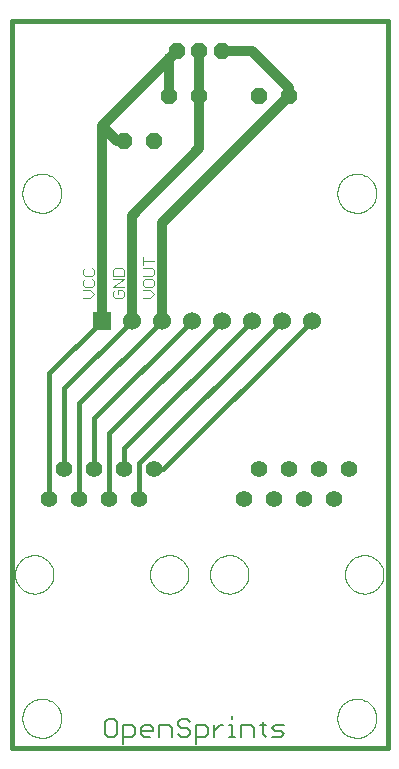
<source format=gtl>
G75*
G70*
%OFA0B0*%
%FSLAX24Y24*%
%IPPOS*%
%LPD*%
%AMOC8*
5,1,8,0,0,1.08239X$1,22.5*
%
%ADD10C,0.0160*%
%ADD11C,0.0050*%
%ADD12C,0.0030*%
%ADD13OC8,0.0520*%
%ADD14C,0.0000*%
%ADD15C,0.0550*%
%ADD16OC8,0.0554*%
%ADD17R,0.0600X0.0600*%
%ADD18C,0.0600*%
%ADD19C,0.0320*%
D10*
X001557Y000234D02*
X001557Y024480D01*
X014077Y024480D01*
X014077Y000234D01*
X001557Y000234D01*
X002802Y008532D02*
X002802Y012732D01*
X004552Y014482D01*
X005552Y014482D02*
X003302Y012232D01*
X003302Y009532D01*
X003802Y008532D02*
X003802Y011732D01*
X006552Y014482D01*
X007552Y014482D02*
X004302Y011232D01*
X004302Y009532D01*
X004802Y008532D02*
X004802Y010732D01*
X008552Y014482D01*
X009552Y014482D02*
X005302Y010232D01*
X005302Y009532D01*
X005802Y009732D02*
X005802Y008532D01*
X006302Y009532D02*
X006602Y009532D01*
X011552Y014482D01*
X010552Y014482D02*
X005802Y009732D01*
D11*
X008903Y001309D02*
X008903Y001207D01*
X008903Y001004D02*
X008801Y001004D01*
X008903Y001004D02*
X008903Y000597D01*
X008801Y000597D02*
X009005Y000597D01*
X009206Y000597D02*
X009206Y001004D01*
X009512Y001004D01*
X009614Y000902D01*
X009614Y000597D01*
X009916Y000699D02*
X010018Y000597D01*
X009916Y000699D02*
X009916Y001106D01*
X009814Y001004D02*
X010018Y001004D01*
X010219Y000902D02*
X010321Y001004D01*
X010626Y001004D01*
X010525Y000800D02*
X010626Y000699D01*
X010525Y000597D01*
X010219Y000597D01*
X010321Y000800D02*
X010219Y000902D01*
X010321Y000800D02*
X010525Y000800D01*
X008600Y001004D02*
X008498Y001004D01*
X008295Y000800D01*
X008295Y000597D02*
X008295Y001004D01*
X008094Y000902D02*
X008094Y000699D01*
X007992Y000597D01*
X007687Y000597D01*
X007687Y000393D02*
X007687Y001004D01*
X007992Y001004D01*
X008094Y000902D01*
X007487Y000800D02*
X007487Y000699D01*
X007385Y000597D01*
X007181Y000597D01*
X007080Y000699D01*
X006879Y000597D02*
X006879Y000902D01*
X006777Y001004D01*
X006472Y001004D01*
X006472Y000597D01*
X006271Y000800D02*
X005864Y000800D01*
X005864Y000699D02*
X005864Y000902D01*
X005966Y001004D01*
X006169Y001004D01*
X006271Y000902D01*
X006271Y000800D01*
X006169Y000597D02*
X005966Y000597D01*
X005864Y000699D01*
X005663Y000699D02*
X005663Y000902D01*
X005562Y001004D01*
X005256Y001004D01*
X005256Y000393D01*
X005256Y000597D02*
X005562Y000597D01*
X005663Y000699D01*
X005056Y000699D02*
X005056Y001106D01*
X004954Y001207D01*
X004750Y001207D01*
X004649Y001106D01*
X004649Y000699D01*
X004750Y000597D01*
X004954Y000597D01*
X005056Y000699D01*
X007080Y001004D02*
X007181Y000902D01*
X007385Y000902D01*
X007487Y000800D01*
X007487Y001106D02*
X007385Y001207D01*
X007181Y001207D01*
X007080Y001106D01*
X007080Y001004D01*
D12*
X006164Y015247D02*
X005917Y015247D01*
X005917Y015494D02*
X006164Y015494D01*
X006287Y015370D01*
X006164Y015247D01*
X006225Y015615D02*
X005979Y015615D01*
X005917Y015677D01*
X005917Y015800D01*
X005979Y015862D01*
X006225Y015862D01*
X006287Y015800D01*
X006287Y015677D01*
X006225Y015615D01*
X006225Y015983D02*
X006287Y016045D01*
X006287Y016169D01*
X006225Y016230D01*
X005917Y016230D01*
X005917Y016352D02*
X005917Y016599D01*
X005917Y016475D02*
X006287Y016475D01*
X006225Y015983D02*
X005917Y015983D01*
X005287Y015983D02*
X005287Y016169D01*
X005225Y016230D01*
X004979Y016230D01*
X004917Y016169D01*
X004917Y015983D01*
X005287Y015983D01*
X005287Y015862D02*
X004917Y015862D01*
X004917Y015615D02*
X005287Y015862D01*
X005287Y015615D02*
X004917Y015615D01*
X004979Y015494D02*
X004917Y015432D01*
X004917Y015309D01*
X004979Y015247D01*
X005225Y015247D01*
X005287Y015309D01*
X005287Y015432D01*
X005225Y015494D01*
X005102Y015494D01*
X005102Y015370D01*
X004287Y015370D02*
X004164Y015494D01*
X003917Y015494D01*
X003979Y015615D02*
X003917Y015677D01*
X003917Y015800D01*
X003979Y015862D01*
X003979Y015983D02*
X004225Y015983D01*
X004287Y016045D01*
X004287Y016169D01*
X004225Y016230D01*
X003979Y016230D02*
X003917Y016169D01*
X003917Y016045D01*
X003979Y015983D01*
X004225Y015862D02*
X004287Y015800D01*
X004287Y015677D01*
X004225Y015615D01*
X003979Y015615D01*
X003917Y015247D02*
X004164Y015247D01*
X004287Y015370D01*
D13*
X005302Y020482D03*
X006302Y020482D03*
X006802Y021982D03*
X007802Y021982D03*
X009802Y021982D03*
X010802Y021982D03*
D14*
X012402Y018732D02*
X012405Y018791D01*
X012413Y018850D01*
X012426Y018907D01*
X012445Y018964D01*
X012468Y019018D01*
X012497Y019070D01*
X012530Y019119D01*
X012567Y019165D01*
X012608Y019207D01*
X012653Y019245D01*
X012702Y019280D01*
X012753Y019309D01*
X012807Y019334D01*
X012862Y019354D01*
X012920Y019368D01*
X012978Y019378D01*
X013037Y019382D01*
X013096Y019380D01*
X013155Y019374D01*
X013213Y019362D01*
X013270Y019344D01*
X013324Y019322D01*
X013377Y019295D01*
X013427Y019263D01*
X013474Y019227D01*
X013517Y019186D01*
X013556Y019142D01*
X013591Y019095D01*
X013622Y019044D01*
X013648Y018991D01*
X013669Y018936D01*
X013685Y018879D01*
X013696Y018821D01*
X013701Y018762D01*
X013701Y018702D01*
X013696Y018643D01*
X013685Y018585D01*
X013669Y018528D01*
X013648Y018473D01*
X013622Y018420D01*
X013591Y018369D01*
X013556Y018322D01*
X013517Y018278D01*
X013474Y018237D01*
X013427Y018201D01*
X013377Y018169D01*
X013324Y018142D01*
X013270Y018120D01*
X013213Y018102D01*
X013155Y018090D01*
X013096Y018084D01*
X013037Y018082D01*
X012978Y018086D01*
X012920Y018096D01*
X012862Y018110D01*
X012807Y018130D01*
X012753Y018155D01*
X012702Y018184D01*
X012653Y018219D01*
X012608Y018257D01*
X012567Y018299D01*
X012530Y018345D01*
X012497Y018394D01*
X012468Y018446D01*
X012445Y018500D01*
X012426Y018557D01*
X012413Y018614D01*
X012405Y018673D01*
X012402Y018732D01*
X012662Y006032D02*
X012665Y006090D01*
X012673Y006148D01*
X012686Y006205D01*
X012704Y006260D01*
X012727Y006313D01*
X012755Y006365D01*
X012788Y006413D01*
X012824Y006458D01*
X012865Y006500D01*
X012910Y006538D01*
X012957Y006571D01*
X013008Y006600D01*
X013060Y006625D01*
X013115Y006644D01*
X013172Y006659D01*
X013229Y006668D01*
X013287Y006672D01*
X013346Y006671D01*
X013404Y006664D01*
X013461Y006652D01*
X013516Y006635D01*
X013570Y006613D01*
X013622Y006586D01*
X013671Y006555D01*
X013717Y006519D01*
X013760Y006479D01*
X013798Y006436D01*
X013833Y006389D01*
X013863Y006339D01*
X013889Y006287D01*
X013910Y006233D01*
X013925Y006176D01*
X013936Y006119D01*
X013941Y006061D01*
X013941Y006003D01*
X013936Y005945D01*
X013925Y005888D01*
X013910Y005831D01*
X013889Y005777D01*
X013863Y005725D01*
X013833Y005675D01*
X013798Y005628D01*
X013760Y005585D01*
X013717Y005545D01*
X013671Y005509D01*
X013622Y005478D01*
X013570Y005451D01*
X013516Y005429D01*
X013461Y005412D01*
X013404Y005400D01*
X013346Y005393D01*
X013287Y005392D01*
X013229Y005396D01*
X013172Y005405D01*
X013115Y005420D01*
X013060Y005439D01*
X013008Y005464D01*
X012957Y005493D01*
X012910Y005526D01*
X012865Y005564D01*
X012824Y005606D01*
X012788Y005651D01*
X012755Y005699D01*
X012727Y005751D01*
X012704Y005804D01*
X012686Y005859D01*
X012673Y005916D01*
X012665Y005974D01*
X012662Y006032D01*
X012402Y001232D02*
X012405Y001291D01*
X012413Y001350D01*
X012426Y001407D01*
X012445Y001464D01*
X012468Y001518D01*
X012497Y001570D01*
X012530Y001619D01*
X012567Y001665D01*
X012608Y001707D01*
X012653Y001745D01*
X012702Y001780D01*
X012753Y001809D01*
X012807Y001834D01*
X012862Y001854D01*
X012920Y001868D01*
X012978Y001878D01*
X013037Y001882D01*
X013096Y001880D01*
X013155Y001874D01*
X013213Y001862D01*
X013270Y001844D01*
X013324Y001822D01*
X013377Y001795D01*
X013427Y001763D01*
X013474Y001727D01*
X013517Y001686D01*
X013556Y001642D01*
X013591Y001595D01*
X013622Y001544D01*
X013648Y001491D01*
X013669Y001436D01*
X013685Y001379D01*
X013696Y001321D01*
X013701Y001262D01*
X013701Y001202D01*
X013696Y001143D01*
X013685Y001085D01*
X013669Y001028D01*
X013648Y000973D01*
X013622Y000920D01*
X013591Y000869D01*
X013556Y000822D01*
X013517Y000778D01*
X013474Y000737D01*
X013427Y000701D01*
X013377Y000669D01*
X013324Y000642D01*
X013270Y000620D01*
X013213Y000602D01*
X013155Y000590D01*
X013096Y000584D01*
X013037Y000582D01*
X012978Y000586D01*
X012920Y000596D01*
X012862Y000610D01*
X012807Y000630D01*
X012753Y000655D01*
X012702Y000684D01*
X012653Y000719D01*
X012608Y000757D01*
X012567Y000799D01*
X012530Y000845D01*
X012497Y000894D01*
X012468Y000946D01*
X012445Y001000D01*
X012426Y001057D01*
X012413Y001114D01*
X012405Y001173D01*
X012402Y001232D01*
X008162Y006032D02*
X008165Y006090D01*
X008173Y006148D01*
X008186Y006205D01*
X008204Y006260D01*
X008227Y006313D01*
X008255Y006365D01*
X008288Y006413D01*
X008324Y006458D01*
X008365Y006500D01*
X008410Y006538D01*
X008457Y006571D01*
X008508Y006600D01*
X008560Y006625D01*
X008615Y006644D01*
X008672Y006659D01*
X008729Y006668D01*
X008787Y006672D01*
X008846Y006671D01*
X008904Y006664D01*
X008961Y006652D01*
X009016Y006635D01*
X009070Y006613D01*
X009122Y006586D01*
X009171Y006555D01*
X009217Y006519D01*
X009260Y006479D01*
X009298Y006436D01*
X009333Y006389D01*
X009363Y006339D01*
X009389Y006287D01*
X009410Y006233D01*
X009425Y006176D01*
X009436Y006119D01*
X009441Y006061D01*
X009441Y006003D01*
X009436Y005945D01*
X009425Y005888D01*
X009410Y005831D01*
X009389Y005777D01*
X009363Y005725D01*
X009333Y005675D01*
X009298Y005628D01*
X009260Y005585D01*
X009217Y005545D01*
X009171Y005509D01*
X009122Y005478D01*
X009070Y005451D01*
X009016Y005429D01*
X008961Y005412D01*
X008904Y005400D01*
X008846Y005393D01*
X008787Y005392D01*
X008729Y005396D01*
X008672Y005405D01*
X008615Y005420D01*
X008560Y005439D01*
X008508Y005464D01*
X008457Y005493D01*
X008410Y005526D01*
X008365Y005564D01*
X008324Y005606D01*
X008288Y005651D01*
X008255Y005699D01*
X008227Y005751D01*
X008204Y005804D01*
X008186Y005859D01*
X008173Y005916D01*
X008165Y005974D01*
X008162Y006032D01*
X006162Y006032D02*
X006165Y006090D01*
X006173Y006148D01*
X006186Y006205D01*
X006204Y006260D01*
X006227Y006313D01*
X006255Y006365D01*
X006288Y006413D01*
X006324Y006458D01*
X006365Y006500D01*
X006410Y006538D01*
X006457Y006571D01*
X006508Y006600D01*
X006560Y006625D01*
X006615Y006644D01*
X006672Y006659D01*
X006729Y006668D01*
X006787Y006672D01*
X006846Y006671D01*
X006904Y006664D01*
X006961Y006652D01*
X007016Y006635D01*
X007070Y006613D01*
X007122Y006586D01*
X007171Y006555D01*
X007217Y006519D01*
X007260Y006479D01*
X007298Y006436D01*
X007333Y006389D01*
X007363Y006339D01*
X007389Y006287D01*
X007410Y006233D01*
X007425Y006176D01*
X007436Y006119D01*
X007441Y006061D01*
X007441Y006003D01*
X007436Y005945D01*
X007425Y005888D01*
X007410Y005831D01*
X007389Y005777D01*
X007363Y005725D01*
X007333Y005675D01*
X007298Y005628D01*
X007260Y005585D01*
X007217Y005545D01*
X007171Y005509D01*
X007122Y005478D01*
X007070Y005451D01*
X007016Y005429D01*
X006961Y005412D01*
X006904Y005400D01*
X006846Y005393D01*
X006787Y005392D01*
X006729Y005396D01*
X006672Y005405D01*
X006615Y005420D01*
X006560Y005439D01*
X006508Y005464D01*
X006457Y005493D01*
X006410Y005526D01*
X006365Y005564D01*
X006324Y005606D01*
X006288Y005651D01*
X006255Y005699D01*
X006227Y005751D01*
X006204Y005804D01*
X006186Y005859D01*
X006173Y005916D01*
X006165Y005974D01*
X006162Y006032D01*
X001902Y001232D02*
X001905Y001291D01*
X001913Y001350D01*
X001926Y001407D01*
X001945Y001464D01*
X001968Y001518D01*
X001997Y001570D01*
X002030Y001619D01*
X002067Y001665D01*
X002108Y001707D01*
X002153Y001745D01*
X002202Y001780D01*
X002253Y001809D01*
X002307Y001834D01*
X002362Y001854D01*
X002420Y001868D01*
X002478Y001878D01*
X002537Y001882D01*
X002596Y001880D01*
X002655Y001874D01*
X002713Y001862D01*
X002770Y001844D01*
X002824Y001822D01*
X002877Y001795D01*
X002927Y001763D01*
X002974Y001727D01*
X003017Y001686D01*
X003056Y001642D01*
X003091Y001595D01*
X003122Y001544D01*
X003148Y001491D01*
X003169Y001436D01*
X003185Y001379D01*
X003196Y001321D01*
X003201Y001262D01*
X003201Y001202D01*
X003196Y001143D01*
X003185Y001085D01*
X003169Y001028D01*
X003148Y000973D01*
X003122Y000920D01*
X003091Y000869D01*
X003056Y000822D01*
X003017Y000778D01*
X002974Y000737D01*
X002927Y000701D01*
X002877Y000669D01*
X002824Y000642D01*
X002770Y000620D01*
X002713Y000602D01*
X002655Y000590D01*
X002596Y000584D01*
X002537Y000582D01*
X002478Y000586D01*
X002420Y000596D01*
X002362Y000610D01*
X002307Y000630D01*
X002253Y000655D01*
X002202Y000684D01*
X002153Y000719D01*
X002108Y000757D01*
X002067Y000799D01*
X002030Y000845D01*
X001997Y000894D01*
X001968Y000946D01*
X001945Y001000D01*
X001926Y001057D01*
X001913Y001114D01*
X001905Y001173D01*
X001902Y001232D01*
X001662Y006032D02*
X001665Y006090D01*
X001673Y006148D01*
X001686Y006205D01*
X001704Y006260D01*
X001727Y006313D01*
X001755Y006365D01*
X001788Y006413D01*
X001824Y006458D01*
X001865Y006500D01*
X001910Y006538D01*
X001957Y006571D01*
X002008Y006600D01*
X002060Y006625D01*
X002115Y006644D01*
X002172Y006659D01*
X002229Y006668D01*
X002287Y006672D01*
X002346Y006671D01*
X002404Y006664D01*
X002461Y006652D01*
X002516Y006635D01*
X002570Y006613D01*
X002622Y006586D01*
X002671Y006555D01*
X002717Y006519D01*
X002760Y006479D01*
X002798Y006436D01*
X002833Y006389D01*
X002863Y006339D01*
X002889Y006287D01*
X002910Y006233D01*
X002925Y006176D01*
X002936Y006119D01*
X002941Y006061D01*
X002941Y006003D01*
X002936Y005945D01*
X002925Y005888D01*
X002910Y005831D01*
X002889Y005777D01*
X002863Y005725D01*
X002833Y005675D01*
X002798Y005628D01*
X002760Y005585D01*
X002717Y005545D01*
X002671Y005509D01*
X002622Y005478D01*
X002570Y005451D01*
X002516Y005429D01*
X002461Y005412D01*
X002404Y005400D01*
X002346Y005393D01*
X002287Y005392D01*
X002229Y005396D01*
X002172Y005405D01*
X002115Y005420D01*
X002060Y005439D01*
X002008Y005464D01*
X001957Y005493D01*
X001910Y005526D01*
X001865Y005564D01*
X001824Y005606D01*
X001788Y005651D01*
X001755Y005699D01*
X001727Y005751D01*
X001704Y005804D01*
X001686Y005859D01*
X001673Y005916D01*
X001665Y005974D01*
X001662Y006032D01*
X001902Y018732D02*
X001905Y018791D01*
X001913Y018850D01*
X001926Y018907D01*
X001945Y018964D01*
X001968Y019018D01*
X001997Y019070D01*
X002030Y019119D01*
X002067Y019165D01*
X002108Y019207D01*
X002153Y019245D01*
X002202Y019280D01*
X002253Y019309D01*
X002307Y019334D01*
X002362Y019354D01*
X002420Y019368D01*
X002478Y019378D01*
X002537Y019382D01*
X002596Y019380D01*
X002655Y019374D01*
X002713Y019362D01*
X002770Y019344D01*
X002824Y019322D01*
X002877Y019295D01*
X002927Y019263D01*
X002974Y019227D01*
X003017Y019186D01*
X003056Y019142D01*
X003091Y019095D01*
X003122Y019044D01*
X003148Y018991D01*
X003169Y018936D01*
X003185Y018879D01*
X003196Y018821D01*
X003201Y018762D01*
X003201Y018702D01*
X003196Y018643D01*
X003185Y018585D01*
X003169Y018528D01*
X003148Y018473D01*
X003122Y018420D01*
X003091Y018369D01*
X003056Y018322D01*
X003017Y018278D01*
X002974Y018237D01*
X002927Y018201D01*
X002877Y018169D01*
X002824Y018142D01*
X002770Y018120D01*
X002713Y018102D01*
X002655Y018090D01*
X002596Y018084D01*
X002537Y018082D01*
X002478Y018086D01*
X002420Y018096D01*
X002362Y018110D01*
X002307Y018130D01*
X002253Y018155D01*
X002202Y018184D01*
X002153Y018219D01*
X002108Y018257D01*
X002067Y018299D01*
X002030Y018345D01*
X001997Y018394D01*
X001968Y018446D01*
X001945Y018500D01*
X001926Y018557D01*
X001913Y018614D01*
X001905Y018673D01*
X001902Y018732D01*
D15*
X003302Y009532D03*
X002802Y008532D03*
X003802Y008532D03*
X004302Y009532D03*
X004802Y008532D03*
X005302Y009532D03*
X005802Y008532D03*
X006302Y009532D03*
X009302Y008532D03*
X009802Y009532D03*
X010302Y008532D03*
X010802Y009532D03*
X011302Y008532D03*
X011802Y009532D03*
X012302Y008532D03*
X012802Y009532D03*
D16*
X008552Y023482D03*
X007802Y023482D03*
X007052Y023482D03*
D17*
X004552Y014482D03*
D18*
X005552Y014482D03*
X006552Y014482D03*
X007552Y014482D03*
X008552Y014482D03*
X009552Y014482D03*
X010552Y014482D03*
X011552Y014482D03*
D19*
X007802Y020232D02*
X007802Y021982D01*
X007802Y023482D01*
X007052Y023482D02*
X006802Y023232D01*
X006802Y021982D01*
X007052Y023482D02*
X004552Y020982D01*
X005052Y020482D01*
X005302Y020482D01*
X004552Y020982D02*
X004552Y014482D01*
X005552Y014482D02*
X005552Y017982D01*
X007802Y020232D01*
X006552Y017732D02*
X006552Y014482D01*
X006552Y017732D02*
X010802Y021982D01*
X010802Y022232D01*
X009552Y023482D01*
X008552Y023482D01*
M02*

</source>
